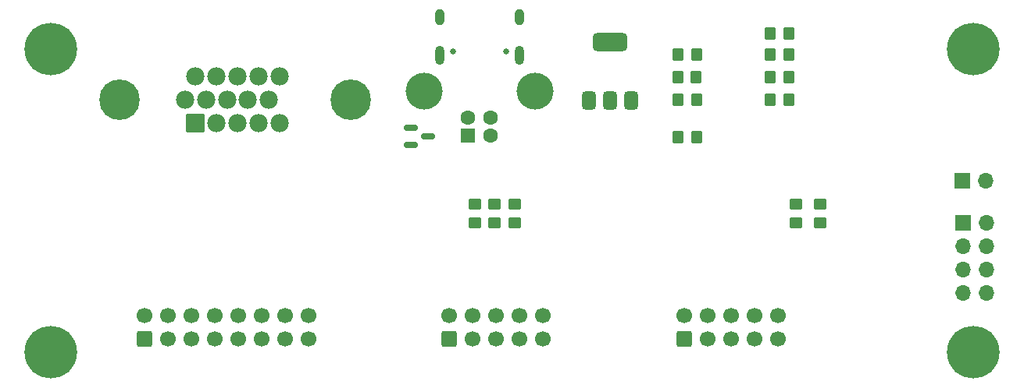
<source format=gbr>
%TF.GenerationSoftware,KiCad,Pcbnew,8.0.7*%
%TF.CreationDate,2024-12-15T13:39:28+01:00*%
%TF.ProjectId,pc1715-esp32vga,70633137-3135-42d6-9573-703332766761,2*%
%TF.SameCoordinates,Original*%
%TF.FileFunction,Soldermask,Bot*%
%TF.FilePolarity,Negative*%
%FSLAX46Y46*%
G04 Gerber Fmt 4.6, Leading zero omitted, Abs format (unit mm)*
G04 Created by KiCad (PCBNEW 8.0.7) date 2024-12-15 13:39:28*
%MOMM*%
%LPD*%
G01*
G04 APERTURE LIST*
G04 Aperture macros list*
%AMRoundRect*
0 Rectangle with rounded corners*
0 $1 Rounding radius*
0 $2 $3 $4 $5 $6 $7 $8 $9 X,Y pos of 4 corners*
0 Add a 4 corners polygon primitive as box body*
4,1,4,$2,$3,$4,$5,$6,$7,$8,$9,$2,$3,0*
0 Add four circle primitives for the rounded corners*
1,1,$1+$1,$2,$3*
1,1,$1+$1,$4,$5*
1,1,$1+$1,$6,$7*
1,1,$1+$1,$8,$9*
0 Add four rect primitives between the rounded corners*
20,1,$1+$1,$2,$3,$4,$5,0*
20,1,$1+$1,$4,$5,$6,$7,0*
20,1,$1+$1,$6,$7,$8,$9,0*
20,1,$1+$1,$8,$9,$2,$3,0*%
G04 Aperture macros list end*
%ADD10C,0.650000*%
%ADD11O,1.000000X2.100000*%
%ADD12O,1.000000X1.800000*%
%ADD13C,5.700000*%
%ADD14RoundRect,0.250000X0.600000X-0.600000X0.600000X0.600000X-0.600000X0.600000X-0.600000X-0.600000X0*%
%ADD15C,1.700000*%
%ADD16R,1.600000X1.600000*%
%ADD17C,1.600000*%
%ADD18C,4.000000*%
%ADD19R,1.700000X1.700000*%
%ADD20O,1.700000X1.700000*%
%ADD21RoundRect,0.102000X0.892500X0.892500X-0.892500X0.892500X-0.892500X-0.892500X0.892500X-0.892500X0*%
%ADD22C,1.989000*%
%ADD23C,4.400000*%
%ADD24RoundRect,0.250000X0.350000X0.450000X-0.350000X0.450000X-0.350000X-0.450000X0.350000X-0.450000X0*%
%ADD25RoundRect,0.250000X-0.350000X-0.450000X0.350000X-0.450000X0.350000X0.450000X-0.350000X0.450000X0*%
%ADD26RoundRect,0.250000X-0.450000X0.350000X-0.450000X-0.350000X0.450000X-0.350000X0.450000X0.350000X0*%
%ADD27RoundRect,0.375000X0.375000X-0.625000X0.375000X0.625000X-0.375000X0.625000X-0.375000X-0.625000X0*%
%ADD28RoundRect,0.500000X1.400000X-0.500000X1.400000X0.500000X-1.400000X0.500000X-1.400000X-0.500000X0*%
%ADD29RoundRect,0.250000X0.450000X-0.350000X0.450000X0.350000X-0.450000X0.350000X-0.450000X-0.350000X0*%
%ADD30RoundRect,0.150000X-0.587500X-0.150000X0.587500X-0.150000X0.587500X0.150000X-0.587500X0.150000X0*%
G04 APERTURE END LIST*
D10*
%TO.C,J6*%
X115356000Y-106242000D03*
X109576000Y-106242000D03*
D11*
X116786000Y-106742000D03*
D12*
X116786000Y-102562000D03*
D11*
X108146000Y-106742000D03*
D12*
X108146000Y-102562000D03*
%TD*%
D13*
%TO.C,H1003*%
X166000000Y-106000000D03*
%TD*%
D14*
%TO.C,J1*%
X109200000Y-137500000D03*
D15*
X109200000Y-134960000D03*
X111740000Y-137500000D03*
X111740000Y-134960000D03*
X114280000Y-137500000D03*
X114280000Y-134960000D03*
X116820000Y-137500000D03*
X116820000Y-134960000D03*
X119360000Y-137500000D03*
X119360000Y-134960000D03*
%TD*%
D13*
%TO.C,H1001*%
X66000000Y-106000000D03*
%TD*%
D16*
%TO.C,J3*%
X111214000Y-115445500D03*
D17*
X113714000Y-115445500D03*
X113714000Y-113445500D03*
X111214000Y-113445500D03*
D18*
X106464000Y-110585500D03*
X118464000Y-110585500D03*
%TD*%
D13*
%TO.C,H1002*%
X66000000Y-139000000D03*
%TD*%
D19*
%TO.C,J7*%
X164925000Y-124900000D03*
D20*
X167465000Y-124900000D03*
X164925000Y-127440000D03*
X167465000Y-127440000D03*
X164925000Y-129980000D03*
X167465000Y-129980000D03*
X164925000Y-132520000D03*
X167465000Y-132520000D03*
%TD*%
D14*
%TO.C,J4*%
X134700000Y-137500000D03*
D15*
X134700000Y-134960000D03*
X137240000Y-137500000D03*
X137240000Y-134960000D03*
X139780000Y-137500000D03*
X139780000Y-134960000D03*
X142320000Y-137500000D03*
X142320000Y-134960000D03*
X144860000Y-137500000D03*
X144860000Y-134960000D03*
%TD*%
D13*
%TO.C,H1004*%
X166000000Y-139000000D03*
%TD*%
D14*
%TO.C,J5*%
X76140000Y-137500000D03*
D15*
X76140000Y-134960000D03*
X78680000Y-137500000D03*
X78680000Y-134960000D03*
X81220000Y-137500000D03*
X81220000Y-134960000D03*
X83760000Y-137500000D03*
X83760000Y-134960000D03*
X86300000Y-137500000D03*
X86300000Y-134960000D03*
X88840000Y-137500000D03*
X88840000Y-134960000D03*
X91380000Y-137500000D03*
X91380000Y-134960000D03*
X93920000Y-137500000D03*
X93920000Y-134960000D03*
%TD*%
D21*
%TO.C,J2*%
X81685000Y-114040000D03*
D22*
X83965000Y-114040000D03*
X86245000Y-114040000D03*
X88525000Y-114040000D03*
X90805000Y-114040000D03*
X80545000Y-111500000D03*
X82825000Y-111500000D03*
X85105000Y-111500000D03*
X87385000Y-111500000D03*
X89665000Y-111500000D03*
X81685000Y-108960000D03*
X83965000Y-108960000D03*
X86245000Y-108960000D03*
X88525000Y-108960000D03*
X90805000Y-108960000D03*
D23*
X98500000Y-111500000D03*
X73500000Y-111500000D03*
%TD*%
D19*
%TO.C,JP1*%
X164825000Y-120300000D03*
D20*
X167365000Y-120300000D03*
%TD*%
D24*
%TO.C,R8*%
X135986000Y-109110000D03*
X133986000Y-109110000D03*
%TD*%
%TO.C,R6*%
X136000000Y-106600000D03*
X134000000Y-106600000D03*
%TD*%
D25*
%TO.C,R1*%
X144000000Y-104300000D03*
X146000000Y-104300000D03*
%TD*%
%TO.C,R9*%
X144000000Y-111500000D03*
X146000000Y-111500000D03*
%TD*%
D26*
%TO.C,R13*%
X116274000Y-122914000D03*
X116274000Y-124914000D03*
%TD*%
D27*
%TO.C,U1*%
X128950500Y-111591500D03*
X126650500Y-111591500D03*
D28*
X126650500Y-105291500D03*
D27*
X124350500Y-111591500D03*
%TD*%
D25*
%TO.C,R7*%
X144010000Y-109110000D03*
X146010000Y-109110000D03*
%TD*%
%TO.C,R5*%
X144000000Y-106600000D03*
X146000000Y-106600000D03*
%TD*%
D26*
%TO.C,R12*%
X114086000Y-122914000D03*
X114086000Y-124914000D03*
%TD*%
D29*
%TO.C,R4*%
X149400000Y-124900000D03*
X149400000Y-122900000D03*
%TD*%
%TO.C,R3*%
X146800000Y-124900000D03*
X146800000Y-122900000D03*
%TD*%
D24*
%TO.C,R10*%
X136000000Y-111500000D03*
X134000000Y-111500000D03*
%TD*%
D30*
%TO.C,D1*%
X105001000Y-116466000D03*
X105001000Y-114566000D03*
X106876000Y-115516000D03*
%TD*%
D24*
%TO.C,R2*%
X136000000Y-115600000D03*
X134000000Y-115600000D03*
%TD*%
D26*
%TO.C,R11*%
X111956000Y-122898000D03*
X111956000Y-124898000D03*
%TD*%
M02*

</source>
